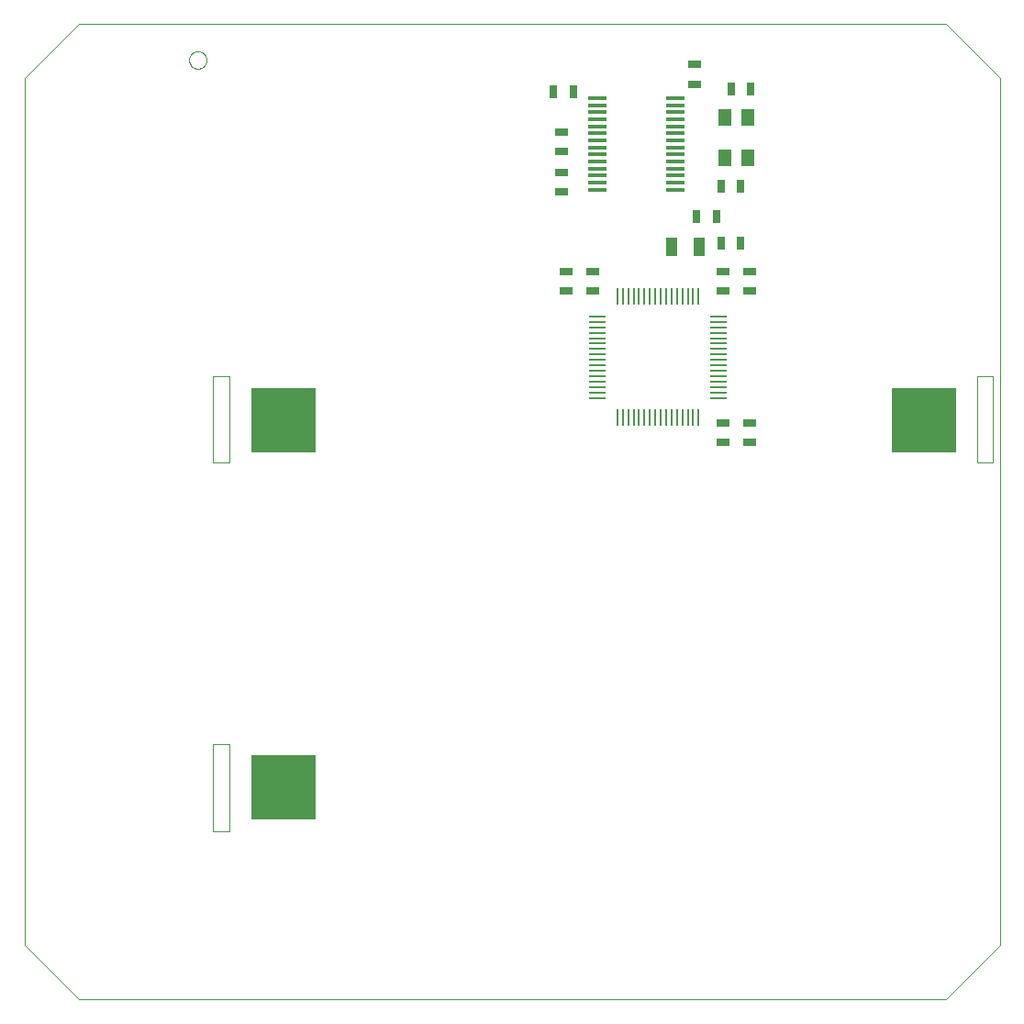
<source format=gbp>
G75*
%MOIN*%
%OFA0B0*%
%FSLAX25Y25*%
%IPPOS*%
%LPD*%
%AMOC8*
5,1,8,0,0,1.08239X$1,22.5*
%
%ADD10C,0.00000*%
%ADD11R,0.06102X0.00984*%
%ADD12R,0.00984X0.06102*%
%ADD13R,0.06890X0.01575*%
%ADD14R,0.03937X0.07087*%
%ADD15R,0.04724X0.03150*%
%ADD16R,0.03150X0.04724*%
%ADD17R,0.04921X0.06299*%
%ADD18R,0.00984X0.03937*%
%ADD19R,0.03937X0.00984*%
%ADD20C,0.00394*%
%ADD21R,0.23622X0.23622*%
D10*
X0039902Y0020348D02*
X0020217Y0040033D01*
X0020217Y0354994D01*
X0039902Y0374679D01*
X0354862Y0374679D01*
X0374547Y0354994D01*
X0374547Y0040033D01*
X0354862Y0020348D01*
X0039902Y0020348D01*
X0080059Y0361687D02*
X0080061Y0361799D01*
X0080067Y0361910D01*
X0080077Y0362022D01*
X0080091Y0362133D01*
X0080108Y0362243D01*
X0080130Y0362353D01*
X0080156Y0362462D01*
X0080185Y0362570D01*
X0080218Y0362676D01*
X0080255Y0362782D01*
X0080296Y0362886D01*
X0080341Y0362989D01*
X0080389Y0363090D01*
X0080440Y0363189D01*
X0080495Y0363286D01*
X0080554Y0363381D01*
X0080615Y0363475D01*
X0080680Y0363566D01*
X0080749Y0363654D01*
X0080820Y0363740D01*
X0080894Y0363824D01*
X0080972Y0363904D01*
X0081052Y0363982D01*
X0081135Y0364058D01*
X0081220Y0364130D01*
X0081308Y0364199D01*
X0081398Y0364265D01*
X0081491Y0364327D01*
X0081586Y0364387D01*
X0081683Y0364443D01*
X0081781Y0364495D01*
X0081882Y0364544D01*
X0081984Y0364589D01*
X0082088Y0364631D01*
X0082193Y0364669D01*
X0082300Y0364703D01*
X0082407Y0364733D01*
X0082516Y0364760D01*
X0082625Y0364782D01*
X0082736Y0364801D01*
X0082846Y0364816D01*
X0082958Y0364827D01*
X0083069Y0364834D01*
X0083181Y0364837D01*
X0083293Y0364836D01*
X0083405Y0364831D01*
X0083516Y0364822D01*
X0083627Y0364809D01*
X0083738Y0364792D01*
X0083848Y0364772D01*
X0083957Y0364747D01*
X0084065Y0364719D01*
X0084172Y0364686D01*
X0084278Y0364650D01*
X0084382Y0364610D01*
X0084485Y0364567D01*
X0084587Y0364520D01*
X0084686Y0364469D01*
X0084784Y0364415D01*
X0084880Y0364357D01*
X0084974Y0364296D01*
X0085065Y0364232D01*
X0085154Y0364165D01*
X0085241Y0364094D01*
X0085325Y0364020D01*
X0085407Y0363944D01*
X0085485Y0363864D01*
X0085561Y0363782D01*
X0085634Y0363697D01*
X0085704Y0363610D01*
X0085770Y0363520D01*
X0085834Y0363428D01*
X0085894Y0363334D01*
X0085951Y0363238D01*
X0086004Y0363139D01*
X0086054Y0363039D01*
X0086100Y0362938D01*
X0086143Y0362834D01*
X0086182Y0362729D01*
X0086217Y0362623D01*
X0086248Y0362516D01*
X0086276Y0362407D01*
X0086299Y0362298D01*
X0086319Y0362188D01*
X0086335Y0362077D01*
X0086347Y0361966D01*
X0086355Y0361855D01*
X0086359Y0361743D01*
X0086359Y0361631D01*
X0086355Y0361519D01*
X0086347Y0361408D01*
X0086335Y0361297D01*
X0086319Y0361186D01*
X0086299Y0361076D01*
X0086276Y0360967D01*
X0086248Y0360858D01*
X0086217Y0360751D01*
X0086182Y0360645D01*
X0086143Y0360540D01*
X0086100Y0360436D01*
X0086054Y0360335D01*
X0086004Y0360235D01*
X0085951Y0360136D01*
X0085894Y0360040D01*
X0085834Y0359946D01*
X0085770Y0359854D01*
X0085704Y0359764D01*
X0085634Y0359677D01*
X0085561Y0359592D01*
X0085485Y0359510D01*
X0085407Y0359430D01*
X0085325Y0359354D01*
X0085241Y0359280D01*
X0085154Y0359209D01*
X0085065Y0359142D01*
X0084974Y0359078D01*
X0084880Y0359017D01*
X0084784Y0358959D01*
X0084686Y0358905D01*
X0084587Y0358854D01*
X0084485Y0358807D01*
X0084382Y0358764D01*
X0084278Y0358724D01*
X0084172Y0358688D01*
X0084065Y0358655D01*
X0083957Y0358627D01*
X0083848Y0358602D01*
X0083738Y0358582D01*
X0083627Y0358565D01*
X0083516Y0358552D01*
X0083405Y0358543D01*
X0083293Y0358538D01*
X0083181Y0358537D01*
X0083069Y0358540D01*
X0082958Y0358547D01*
X0082846Y0358558D01*
X0082736Y0358573D01*
X0082625Y0358592D01*
X0082516Y0358614D01*
X0082407Y0358641D01*
X0082300Y0358671D01*
X0082193Y0358705D01*
X0082088Y0358743D01*
X0081984Y0358785D01*
X0081882Y0358830D01*
X0081781Y0358879D01*
X0081683Y0358931D01*
X0081586Y0358987D01*
X0081491Y0359047D01*
X0081398Y0359109D01*
X0081308Y0359175D01*
X0081220Y0359244D01*
X0081135Y0359316D01*
X0081052Y0359392D01*
X0080972Y0359470D01*
X0080894Y0359550D01*
X0080820Y0359634D01*
X0080749Y0359720D01*
X0080680Y0359808D01*
X0080615Y0359899D01*
X0080554Y0359993D01*
X0080495Y0360088D01*
X0080440Y0360185D01*
X0080389Y0360284D01*
X0080341Y0360385D01*
X0080296Y0360488D01*
X0080255Y0360592D01*
X0080218Y0360698D01*
X0080185Y0360804D01*
X0080156Y0360912D01*
X0080130Y0361021D01*
X0080108Y0361131D01*
X0080091Y0361241D01*
X0080077Y0361352D01*
X0080067Y0361464D01*
X0080061Y0361575D01*
X0080059Y0361687D01*
D11*
X0228342Y0268498D03*
X0228342Y0266529D03*
X0228342Y0264561D03*
X0228342Y0262592D03*
X0228342Y0260624D03*
X0228342Y0258655D03*
X0228342Y0256687D03*
X0228342Y0254718D03*
X0228342Y0252750D03*
X0228342Y0250781D03*
X0228342Y0248813D03*
X0228342Y0246844D03*
X0228342Y0244876D03*
X0228342Y0242907D03*
X0228342Y0240939D03*
X0228342Y0238970D03*
X0272437Y0238970D03*
X0272437Y0240939D03*
X0272437Y0242907D03*
X0272437Y0244876D03*
X0272437Y0246844D03*
X0272437Y0248813D03*
X0272437Y0250781D03*
X0272437Y0252750D03*
X0272437Y0254718D03*
X0272437Y0256687D03*
X0272437Y0258655D03*
X0272437Y0260624D03*
X0272437Y0262592D03*
X0272437Y0264561D03*
X0272437Y0266529D03*
X0272437Y0268498D03*
D12*
X0265153Y0275781D03*
X0263185Y0275781D03*
X0261216Y0275781D03*
X0259248Y0275781D03*
X0257279Y0275781D03*
X0255311Y0275781D03*
X0253342Y0275781D03*
X0251374Y0275781D03*
X0249405Y0275781D03*
X0247437Y0275781D03*
X0245468Y0275781D03*
X0243500Y0275781D03*
X0241531Y0275781D03*
X0239562Y0275781D03*
X0237594Y0275781D03*
X0235625Y0275781D03*
X0235625Y0231687D03*
X0237594Y0231687D03*
X0239562Y0231687D03*
X0241531Y0231687D03*
X0243500Y0231687D03*
X0245468Y0231687D03*
X0247437Y0231687D03*
X0249405Y0231687D03*
X0251374Y0231687D03*
X0253342Y0231687D03*
X0255311Y0231687D03*
X0257279Y0231687D03*
X0259248Y0231687D03*
X0261216Y0231687D03*
X0263185Y0231687D03*
X0265153Y0231687D03*
D13*
X0256688Y0314600D03*
X0256688Y0317159D03*
X0256688Y0319718D03*
X0256688Y0322277D03*
X0256688Y0324836D03*
X0256688Y0327395D03*
X0256688Y0329954D03*
X0256688Y0332513D03*
X0256688Y0335073D03*
X0256688Y0337632D03*
X0256688Y0340191D03*
X0256688Y0342750D03*
X0256688Y0345309D03*
X0256688Y0347868D03*
X0228342Y0347868D03*
X0228342Y0345309D03*
X0228342Y0342750D03*
X0228342Y0340191D03*
X0228342Y0337632D03*
X0228342Y0335073D03*
X0228342Y0332513D03*
X0228342Y0329954D03*
X0228342Y0327395D03*
X0228342Y0324836D03*
X0228342Y0322277D03*
X0228342Y0319718D03*
X0228342Y0317159D03*
X0228342Y0314600D03*
D14*
X0255468Y0293734D03*
X0265311Y0293734D03*
D15*
X0274011Y0284758D03*
X0274011Y0277671D03*
X0283854Y0277671D03*
X0283854Y0284758D03*
X0283854Y0229797D03*
X0283854Y0222710D03*
X0274011Y0222710D03*
X0274011Y0229797D03*
X0226767Y0277671D03*
X0226767Y0284758D03*
X0216925Y0284758D03*
X0216925Y0277671D03*
X0215448Y0313754D03*
X0215448Y0320840D03*
X0215448Y0328360D03*
X0215448Y0335447D03*
X0263677Y0352966D03*
X0263677Y0360053D03*
D16*
X0276944Y0351175D03*
X0284031Y0351175D03*
X0280429Y0315742D03*
X0273342Y0315742D03*
X0271570Y0304915D03*
X0264484Y0304915D03*
X0273342Y0295073D03*
X0280429Y0295073D03*
X0219562Y0350191D03*
X0212476Y0350191D03*
D17*
X0274523Y0340663D03*
X0283185Y0340663D03*
X0283185Y0326096D03*
X0274523Y0326096D03*
D18*
X0220271Y0350191D03*
D19*
X0215448Y0328045D03*
X0263677Y0352651D03*
X0283785Y0276979D03*
X0283985Y0230260D03*
X0216920Y0276901D03*
D20*
X0094626Y0246923D02*
X0094626Y0215427D01*
X0088721Y0215427D01*
X0088721Y0246923D01*
X0094626Y0246923D01*
X0094626Y0113065D02*
X0088721Y0113065D01*
X0088721Y0081569D01*
X0094626Y0081569D01*
X0094626Y0113065D01*
X0366280Y0215427D02*
X0366280Y0246923D01*
X0372185Y0246923D01*
X0372185Y0215427D01*
X0366280Y0215427D01*
D21*
X0347185Y0230663D03*
X0114311Y0230663D03*
X0114311Y0097514D03*
M02*

</source>
